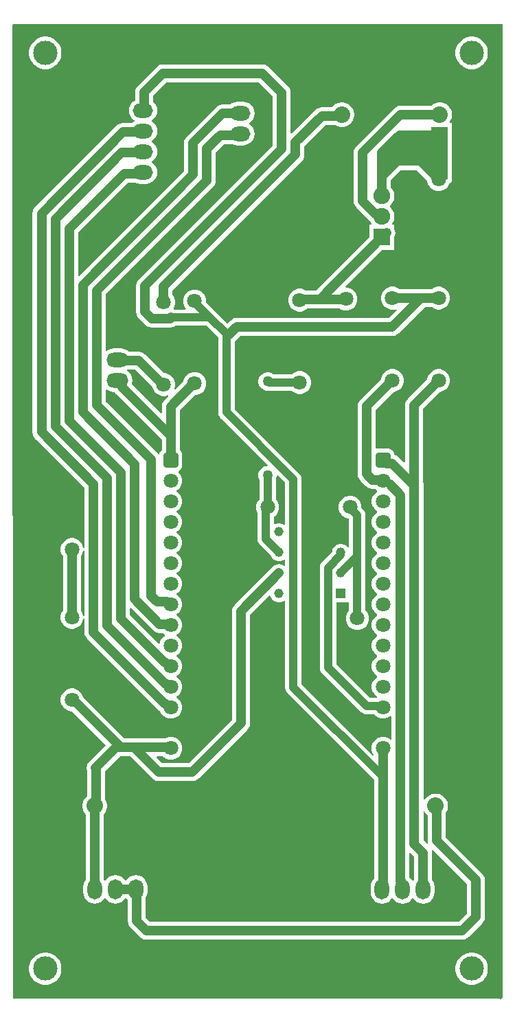
<source format=gbl>
G04*
G04 #@! TF.GenerationSoftware,Altium Limited,Altium Designer,21.5.1 (32)*
G04*
G04 Layer_Physical_Order=2*
G04 Layer_Color=16711680*
%FSLAX44Y44*%
%MOMM*%
G71*
G04*
G04 #@! TF.SameCoordinates,6957E51B-72B2-4F9C-87A1-2D053477FA67*
G04*
G04*
G04 #@! TF.FilePolarity,Positive*
G04*
G01*
G75*
%ADD10C,1.0000*%
%ADD11C,1.2000*%
%ADD12C,1.8000*%
%ADD13R,1.1600X1.1600*%
%ADD14C,1.1600*%
%ADD15O,2.5000X1.8000*%
%ADD16R,2.5000X2.0000*%
%ADD17R,2.0320X2.0320*%
%ADD18C,2.0320*%
%ADD19O,2.7000X1.8000*%
%ADD20R,2.0700X2.0700*%
%ADD21C,2.0700*%
%ADD22O,1.8000X2.5000*%
G04:AMPARAMS|DCode=23|XSize=1.8mm|YSize=1.8mm|CornerRadius=0.225mm|HoleSize=0mm|Usage=FLASHONLY|Rotation=270.000|XOffset=0mm|YOffset=0mm|HoleType=Round|Shape=RoundedRectangle|*
%AMROUNDEDRECTD23*
21,1,1.8000,1.3500,0,0,270.0*
21,1,1.3500,1.8000,0,0,270.0*
1,1,0.4500,-0.6750,-0.6750*
1,1,0.4500,-0.6750,0.6750*
1,1,0.4500,0.6750,0.6750*
1,1,0.4500,0.6750,-0.6750*
%
%ADD23ROUNDEDRECTD23*%
%ADD24R,2.0320X2.0320*%
%ADD25R,2.0000X2.5000*%
%ADD26C,3.0000*%
%ADD27C,1.2700*%
G36*
X603250Y1270D02*
X600710Y-1270D01*
X599440Y0D01*
X0D01*
X-1270Y1200150D01*
X0Y1201420D01*
X603250D01*
Y1270D01*
D02*
G37*
%LPC*%
G36*
X567120Y1185860D02*
X563180D01*
X559316Y1185091D01*
X555676Y1183584D01*
X552401Y1181395D01*
X549615Y1178609D01*
X547426Y1175333D01*
X545919Y1171694D01*
X545150Y1167830D01*
Y1163890D01*
X545919Y1160026D01*
X547426Y1156386D01*
X549615Y1153111D01*
X552401Y1150325D01*
X555676Y1148136D01*
X559316Y1146629D01*
X563180Y1145860D01*
X567120D01*
X570984Y1146629D01*
X574623Y1148136D01*
X577899Y1150325D01*
X580685Y1153111D01*
X582874Y1156386D01*
X584381Y1160026D01*
X585150Y1163890D01*
Y1167830D01*
X584381Y1171694D01*
X582874Y1175333D01*
X580685Y1178609D01*
X577899Y1181395D01*
X574623Y1183584D01*
X570984Y1185091D01*
X567120Y1185860D01*
D02*
G37*
G36*
X41340D02*
X37400D01*
X33536Y1185091D01*
X29897Y1183584D01*
X26621Y1181395D01*
X23835Y1178609D01*
X21646Y1175333D01*
X20139Y1171694D01*
X19370Y1167830D01*
Y1163890D01*
X20139Y1160026D01*
X21646Y1156386D01*
X23835Y1153111D01*
X26621Y1150325D01*
X29897Y1148136D01*
X33536Y1146629D01*
X37400Y1145860D01*
X41340D01*
X45204Y1146629D01*
X48843Y1148136D01*
X52119Y1150325D01*
X54905Y1153111D01*
X57094Y1156386D01*
X58601Y1160026D01*
X59370Y1163890D01*
Y1167830D01*
X58601Y1171694D01*
X57094Y1175333D01*
X54905Y1178609D01*
X52119Y1181395D01*
X48843Y1183584D01*
X45204Y1185091D01*
X41340Y1185860D01*
D02*
G37*
G36*
X307340Y1151555D02*
X184150D01*
X181278Y1151177D01*
X178603Y1150069D01*
X176305Y1148305D01*
X153445Y1125445D01*
X151681Y1123148D01*
X150573Y1120472D01*
X150195Y1117600D01*
Y1107274D01*
X149460Y1106969D01*
X146535Y1104725D01*
X144291Y1101800D01*
X142880Y1098395D01*
X142399Y1094740D01*
X142880Y1091085D01*
X144291Y1087680D01*
X146535Y1084755D01*
X149094Y1082792D01*
X149196Y1082449D01*
Y1081631D01*
X149094Y1081288D01*
X146535Y1079325D01*
X146506Y1079287D01*
X134919D01*
X132047Y1078909D01*
X129371Y1077800D01*
X127073Y1076037D01*
X27025Y975988D01*
X25262Y973691D01*
X24153Y971015D01*
X23775Y968143D01*
Y698264D01*
X24153Y695393D01*
X25262Y692717D01*
X27025Y690419D01*
X87645Y629799D01*
Y555600D01*
X86390Y555564D01*
X85436Y559125D01*
X83593Y562317D01*
X80986Y564924D01*
X77794Y566767D01*
X74233Y567721D01*
X70547D01*
X66986Y566767D01*
X63794Y564924D01*
X61187Y562317D01*
X59344Y559125D01*
X58390Y555564D01*
Y551878D01*
X59344Y548317D01*
X61187Y545125D01*
X61295Y545017D01*
Y478604D01*
X61187Y478496D01*
X59344Y475304D01*
X58390Y471743D01*
Y468057D01*
X59344Y464496D01*
X61187Y461304D01*
X63794Y458697D01*
X66986Y456854D01*
X70547Y455900D01*
X74233D01*
X77794Y456854D01*
X80986Y458697D01*
X83593Y461304D01*
X85436Y464496D01*
X86390Y468057D01*
X87645Y468021D01*
Y451566D01*
X88023Y448694D01*
X89131Y446018D01*
X90895Y443721D01*
X178050Y356565D01*
X180348Y354802D01*
X180872Y354585D01*
X181134Y353606D01*
X182977Y350414D01*
X185584Y347807D01*
X188776Y345964D01*
X192337Y345010D01*
X196023D01*
X199584Y345964D01*
X202776Y347807D01*
X205383Y350414D01*
X207226Y353606D01*
X208180Y357167D01*
Y360853D01*
X207226Y364414D01*
X205383Y367606D01*
X202776Y370213D01*
X201283Y371075D01*
Y372345D01*
X202776Y373207D01*
X205383Y375814D01*
X207226Y379006D01*
X208180Y382567D01*
Y386253D01*
X207226Y389814D01*
X205383Y393006D01*
X202776Y395613D01*
X201283Y396475D01*
Y397745D01*
X202776Y398607D01*
X205383Y401214D01*
X207226Y404406D01*
X208180Y407967D01*
Y411653D01*
X207226Y415214D01*
X205383Y418406D01*
X202776Y421013D01*
X201283Y421875D01*
Y423145D01*
X202776Y424007D01*
X205383Y426614D01*
X207226Y429806D01*
X208180Y433367D01*
Y437053D01*
X207226Y440614D01*
X205383Y443806D01*
X202776Y446413D01*
X201283Y447275D01*
Y448545D01*
X202776Y449407D01*
X205383Y452014D01*
X207226Y455206D01*
X208180Y458767D01*
Y462453D01*
X207226Y466014D01*
X205383Y469206D01*
X202776Y471813D01*
X201283Y472675D01*
Y473945D01*
X202776Y474807D01*
X205383Y477414D01*
X207226Y480606D01*
X208180Y484167D01*
Y487853D01*
X207226Y491414D01*
X205383Y494606D01*
X202776Y497213D01*
X201283Y498075D01*
Y499345D01*
X202776Y500207D01*
X205383Y502814D01*
X207226Y506006D01*
X208180Y509567D01*
Y513253D01*
X207226Y516814D01*
X205383Y520006D01*
X202776Y522613D01*
X201283Y523475D01*
Y524745D01*
X202776Y525607D01*
X205383Y528214D01*
X207226Y531406D01*
X208180Y534967D01*
Y538653D01*
X207226Y542214D01*
X205383Y545406D01*
X202776Y548013D01*
X201283Y548875D01*
Y550145D01*
X202776Y551007D01*
X205383Y553614D01*
X207226Y556806D01*
X208180Y560367D01*
Y564053D01*
X207226Y567614D01*
X205383Y570806D01*
X202776Y573413D01*
X201283Y574275D01*
Y575545D01*
X202776Y576407D01*
X205383Y579014D01*
X207226Y582206D01*
X208180Y585767D01*
Y589453D01*
X207226Y593014D01*
X205383Y596206D01*
X202776Y598813D01*
X201283Y599675D01*
Y600945D01*
X202776Y601807D01*
X205383Y604414D01*
X207226Y607606D01*
X208180Y611167D01*
Y614853D01*
X207226Y618414D01*
X205383Y621606D01*
X202776Y624213D01*
X201283Y625075D01*
Y626345D01*
X202776Y627207D01*
X205383Y629814D01*
X207226Y633006D01*
X208180Y636567D01*
Y640253D01*
X207226Y643814D01*
X205383Y647006D01*
X203490Y648899D01*
X203788Y650397D01*
X204586Y650727D01*
X206101Y651889D01*
X207263Y653404D01*
X207993Y655167D01*
X208242Y657060D01*
Y670560D01*
X207993Y672453D01*
X207263Y674216D01*
X206101Y675731D01*
X205405Y676265D01*
Y693420D01*
Y725532D01*
X224062Y744190D01*
X225363D01*
X228924Y745144D01*
X232116Y746987D01*
X234723Y749594D01*
X236566Y752786D01*
X237520Y756347D01*
Y760033D01*
X236566Y763594D01*
X234723Y766786D01*
X232116Y769393D01*
X228924Y771236D01*
X225363Y772190D01*
X221677D01*
X218116Y771236D01*
X214924Y769393D01*
X212317Y766786D01*
X210474Y763594D01*
X209884Y761393D01*
X199698Y751206D01*
X198559Y751864D01*
X199420Y755077D01*
Y758763D01*
X198466Y762324D01*
X196623Y765516D01*
X194016Y768123D01*
X190824Y769966D01*
X187263Y770920D01*
X185841D01*
X162607Y794154D01*
X160309Y795917D01*
X157633Y797025D01*
X154762Y797403D01*
X142731D01*
X139830Y799629D01*
X136425Y801040D01*
X132770Y801521D01*
X123770D01*
X120115Y801040D01*
X116710Y799629D01*
X115104Y798397D01*
X113965Y798959D01*
Y868271D01*
X246605Y1000911D01*
X248368Y1003209D01*
X249477Y1005885D01*
X249855Y1008757D01*
Y1043154D01*
X260110Y1053409D01*
X270302D01*
X272750Y1052395D01*
X276405Y1051914D01*
X283405D01*
X287059Y1052395D01*
X290465Y1053806D01*
X293390Y1056050D01*
X295634Y1058974D01*
X297044Y1062380D01*
X297525Y1066035D01*
X297044Y1069689D01*
X295634Y1073095D01*
X293390Y1076020D01*
X290831Y1077983D01*
X290728Y1078326D01*
Y1079143D01*
X290831Y1079487D01*
X293390Y1081450D01*
X295634Y1084374D01*
X297044Y1087780D01*
X297525Y1091435D01*
X297044Y1095089D01*
X295634Y1098495D01*
X293390Y1101420D01*
X290465Y1103664D01*
X287059Y1105074D01*
X283405Y1105555D01*
X276405D01*
X272750Y1105074D01*
X269344Y1103664D01*
X267209Y1102025D01*
X257810D01*
X254938Y1101647D01*
X252262Y1100538D01*
X249965Y1098775D01*
X213773Y1062584D01*
X212010Y1060286D01*
X210901Y1057610D01*
X210523Y1054738D01*
Y1020252D01*
X81138Y890867D01*
X79965Y891353D01*
Y944384D01*
X141495Y1005914D01*
X150417D01*
X152865Y1004900D01*
X156520Y1004419D01*
X163520D01*
X167175Y1004900D01*
X170580Y1006311D01*
X173505Y1008555D01*
X175749Y1011480D01*
X177160Y1014885D01*
X177641Y1018540D01*
X177160Y1022195D01*
X175749Y1025600D01*
X173505Y1028525D01*
X170947Y1030488D01*
X170844Y1030831D01*
Y1031649D01*
X170947Y1031992D01*
X173505Y1033955D01*
X175749Y1036880D01*
X177160Y1040285D01*
X177641Y1043940D01*
X177160Y1047595D01*
X175749Y1051000D01*
X173505Y1053925D01*
X170947Y1055888D01*
X170844Y1056231D01*
Y1057049D01*
X170947Y1057392D01*
X173505Y1059355D01*
X175749Y1062280D01*
X177160Y1065685D01*
X177641Y1069340D01*
X177160Y1072995D01*
X175749Y1076400D01*
X173505Y1079325D01*
X170947Y1081288D01*
X170844Y1081631D01*
Y1082449D01*
X170947Y1082792D01*
X173505Y1084755D01*
X175749Y1087680D01*
X177160Y1091085D01*
X177641Y1094740D01*
X177160Y1098395D01*
X175749Y1101800D01*
X173505Y1104725D01*
X172385Y1105584D01*
Y1113004D01*
X188746Y1129365D01*
X302744D01*
X319885Y1112224D01*
Y1051767D01*
X154715Y886597D01*
X152951Y884299D01*
X151843Y881623D01*
X151465Y878752D01*
Y846499D01*
X151843Y843628D01*
X152951Y840952D01*
X154715Y838654D01*
X162694Y830675D01*
X164992Y828912D01*
X167668Y827803D01*
X170539Y827425D01*
X193704D01*
X196576Y827803D01*
X199252Y828912D01*
X199867Y829384D01*
X238392D01*
X252804Y814972D01*
Y722630D01*
X253147Y720020D01*
X254155Y717587D01*
X255758Y715498D01*
X313573Y657683D01*
X313086Y656510D01*
X312196D01*
X309309Y655736D01*
X306721Y654242D01*
X304608Y652129D01*
X303113Y649541D01*
X302340Y646654D01*
Y643666D01*
X303113Y640779D01*
X303604Y639930D01*
Y615503D01*
X302487Y614386D01*
X300644Y611194D01*
X299690Y607633D01*
Y603947D01*
X300644Y600386D01*
X301064Y599659D01*
Y566420D01*
X301407Y563810D01*
X302415Y561377D01*
X304018Y559288D01*
X317639Y545667D01*
X319018Y543279D01*
X321029Y541268D01*
X323491Y539846D01*
X326238Y539110D01*
X329082D01*
X331829Y539846D01*
X334084Y541148D01*
X335354Y540725D01*
Y533907D01*
X334215Y533346D01*
X333207Y534118D01*
X330532Y535227D01*
X327660Y535605D01*
X324788Y535227D01*
X322113Y534118D01*
X319815Y532355D01*
X272825Y485365D01*
X271061Y483068D01*
X269953Y480392D01*
X269575Y477520D01*
Y343686D01*
X216384Y290495D01*
X183666D01*
X176671Y297490D01*
X177157Y298663D01*
X184328D01*
X185584Y297407D01*
X188776Y295564D01*
X192337Y294610D01*
X196023D01*
X199584Y295564D01*
X202776Y297407D01*
X205383Y300014D01*
X207226Y303206D01*
X208180Y306767D01*
Y310453D01*
X207226Y314014D01*
X205383Y317206D01*
X202776Y319813D01*
X199584Y321656D01*
X196023Y322610D01*
X192337D01*
X188776Y321656D01*
X187385Y320853D01*
X136798D01*
X85981Y371670D01*
X85436Y373704D01*
X83593Y376896D01*
X80986Y379503D01*
X77794Y381346D01*
X74233Y382300D01*
X70547D01*
X66986Y381346D01*
X63794Y379503D01*
X61187Y376896D01*
X59344Y373704D01*
X58390Y370143D01*
Y366457D01*
X59344Y362896D01*
X61187Y359704D01*
X63794Y357097D01*
X66986Y355254D01*
X70547Y354300D01*
X71969D01*
X113849Y312420D01*
X93755Y292325D01*
X93755Y292325D01*
X91991Y290027D01*
X91398Y288594D01*
X90883Y287352D01*
X90883Y287351D01*
X90883Y287351D01*
X90704Y285992D01*
X90505Y284480D01*
X90505Y284480D01*
X90505Y284480D01*
X90692Y283061D01*
X90883Y281608D01*
X90883Y281608D01*
X91210Y280820D01*
Y249629D01*
X90666Y249265D01*
X88554Y247154D01*
X86895Y244671D01*
X85753Y241912D01*
X85170Y238983D01*
Y235997D01*
X85753Y233068D01*
X86895Y230309D01*
X88554Y227826D01*
X89235Y227145D01*
Y146658D01*
X88101Y145180D01*
X86690Y141775D01*
X86209Y138120D01*
Y131120D01*
X86690Y127465D01*
X88101Y124060D01*
X90345Y121135D01*
X93270Y118891D01*
X96675Y117480D01*
X100330Y116999D01*
X103985Y117480D01*
X107390Y118891D01*
X110315Y121135D01*
X112278Y123694D01*
X112621Y123796D01*
X113439D01*
X113782Y123694D01*
X115745Y121135D01*
X118670Y118891D01*
X122075Y117480D01*
X125730Y116999D01*
X129385Y117480D01*
X132790Y118891D01*
X135715Y121135D01*
X137549Y123525D01*
X139311D01*
X141145Y121135D01*
X141305Y121012D01*
Y95250D01*
X141683Y92378D01*
X142792Y89703D01*
X144555Y87405D01*
X155985Y75975D01*
X158282Y74212D01*
X160958Y73103D01*
X163830Y72725D01*
X553720D01*
X556592Y73103D01*
X559268Y74212D01*
X561565Y75975D01*
X578075Y92485D01*
X579838Y94782D01*
X580947Y97458D01*
X581325Y100330D01*
Y146050D01*
X580947Y148921D01*
X579838Y151597D01*
X578075Y153895D01*
X533036Y198934D01*
Y228666D01*
X534135Y230309D01*
X535277Y233068D01*
X535860Y235997D01*
Y238983D01*
X535277Y241912D01*
X534135Y244671D01*
X532476Y247154D01*
X530364Y249265D01*
X527881Y250925D01*
X525122Y252067D01*
X522193Y252650D01*
X519207D01*
X516278Y252067D01*
X513519Y250925D01*
X511036Y249265D01*
X508924Y247154D01*
X507265Y244671D01*
X506885Y243752D01*
X505615Y244005D01*
Y634502D01*
X505237Y637374D01*
X505125Y637644D01*
Y726924D01*
X526201Y748000D01*
X526353D01*
X529914Y748954D01*
X533106Y750797D01*
X535713Y753404D01*
X537556Y756596D01*
X538510Y760157D01*
Y763843D01*
X537556Y767404D01*
X535713Y770596D01*
X533106Y773203D01*
X529914Y775046D01*
X526353Y776000D01*
X522667D01*
X519106Y775046D01*
X515914Y773203D01*
X513307Y770596D01*
X511464Y767404D01*
X510510Y763843D01*
Y763691D01*
X486185Y739365D01*
X484422Y737067D01*
X483313Y734391D01*
X482935Y731520D01*
Y660897D01*
X481762Y660411D01*
X474517Y667655D01*
X472220Y669418D01*
X469992Y670341D01*
Y670560D01*
X469743Y672453D01*
X469013Y674216D01*
X467851Y675731D01*
X466336Y676893D01*
X464573Y677623D01*
X462680Y677872D01*
X449180D01*
X447975Y677714D01*
X446705Y678642D01*
Y725654D01*
X469051Y748000D01*
X469203D01*
X472764Y748954D01*
X475956Y750797D01*
X478563Y753404D01*
X480406Y756596D01*
X481360Y760157D01*
Y763843D01*
X480406Y767404D01*
X478563Y770596D01*
X475956Y773203D01*
X472764Y775046D01*
X469203Y776000D01*
X465517D01*
X461956Y775046D01*
X458764Y773203D01*
X456157Y770596D01*
X454314Y767404D01*
X453360Y763843D01*
Y763691D01*
X427765Y738095D01*
X426002Y735797D01*
X424893Y733121D01*
X424515Y730250D01*
Y646588D01*
X424893Y643716D01*
X426002Y641040D01*
X427765Y638742D01*
X434794Y631713D01*
X437092Y629950D01*
X439768Y628841D01*
X442639Y628463D01*
X446078D01*
X447334Y627207D01*
X448827Y626345D01*
Y625075D01*
X447334Y624213D01*
X444727Y621606D01*
X442884Y618414D01*
X441930Y614853D01*
Y611167D01*
X442884Y607606D01*
X444727Y604414D01*
X447334Y601807D01*
X448827Y600945D01*
Y599675D01*
X447334Y598813D01*
X444727Y596206D01*
X442884Y593014D01*
X441930Y589453D01*
Y585767D01*
X442884Y582206D01*
X444727Y579014D01*
X447334Y576407D01*
X448827Y575545D01*
Y574275D01*
X447334Y573413D01*
X444727Y570806D01*
X442884Y567614D01*
X441930Y564053D01*
Y560367D01*
X442884Y556806D01*
X444727Y553614D01*
X447334Y551007D01*
X448827Y550145D01*
Y548875D01*
X447334Y548013D01*
X444727Y545406D01*
X442884Y542214D01*
X441930Y538653D01*
Y534967D01*
X442884Y531406D01*
X444727Y528214D01*
X447334Y525607D01*
X448827Y524745D01*
Y523475D01*
X447334Y522613D01*
X444727Y520006D01*
X442884Y516814D01*
X441930Y513253D01*
Y509567D01*
X442884Y506006D01*
X444727Y502814D01*
X447334Y500207D01*
X448827Y499345D01*
Y498075D01*
X447334Y497213D01*
X444727Y494606D01*
X442884Y491414D01*
X441930Y487853D01*
Y484167D01*
X442884Y480606D01*
X444727Y477414D01*
X447334Y474807D01*
X448827Y473945D01*
Y472675D01*
X447334Y471813D01*
X444727Y469206D01*
X442884Y466014D01*
X441930Y462453D01*
Y458767D01*
X442884Y455206D01*
X444727Y452014D01*
X447334Y449407D01*
X448827Y448545D01*
Y447275D01*
X447334Y446413D01*
X444727Y443806D01*
X442884Y440614D01*
X441930Y437053D01*
Y433367D01*
X442884Y429806D01*
X444727Y426614D01*
X447334Y424007D01*
X448827Y423145D01*
Y421875D01*
X447334Y421013D01*
X444727Y418406D01*
X442884Y415214D01*
X441930Y411653D01*
Y407967D01*
X442884Y404406D01*
X444727Y401214D01*
X447334Y398607D01*
X448827Y397745D01*
Y396475D01*
X447334Y395613D01*
X444727Y393006D01*
X442884Y389814D01*
X441930Y386253D01*
Y382567D01*
X442884Y379006D01*
X444727Y375814D01*
X447334Y373207D01*
X448315Y372641D01*
X448416Y371216D01*
X447743Y370627D01*
X439927D01*
X398146Y412408D01*
Y488310D01*
X414094D01*
Y478343D01*
X412977Y477226D01*
X411134Y474034D01*
X410180Y470473D01*
Y466787D01*
X411134Y463226D01*
X412977Y460034D01*
X415584Y457427D01*
X418776Y455584D01*
X422337Y454630D01*
X426023D01*
X429584Y455584D01*
X432776Y457427D01*
X435383Y460034D01*
X437226Y463226D01*
X438180Y466787D01*
Y470473D01*
X437226Y474034D01*
X435383Y477226D01*
X434266Y478343D01*
Y544830D01*
Y595932D01*
X433923Y598543D01*
X432915Y600975D01*
X431312Y603064D01*
X429290Y605086D01*
Y607633D01*
X428336Y611194D01*
X426493Y614386D01*
X423886Y616993D01*
X420694Y618836D01*
X417133Y619790D01*
X413447D01*
X409886Y618836D01*
X406694Y616993D01*
X404087Y614386D01*
X402244Y611194D01*
X401290Y607633D01*
Y603947D01*
X402244Y600386D01*
X404087Y597194D01*
X406694Y594587D01*
X409886Y592744D01*
X413447Y591790D01*
X414058D01*
X414094Y591754D01*
Y556325D01*
X412824Y555984D01*
X412502Y556541D01*
X410491Y558552D01*
X408029Y559974D01*
X405282Y560710D01*
X402438D01*
X399691Y559974D01*
X397229Y558552D01*
X395218Y556541D01*
X393796Y554079D01*
X393060Y551332D01*
Y550319D01*
X380928Y538187D01*
X379325Y536098D01*
X378317Y533665D01*
X377974Y531055D01*
Y408230D01*
X378317Y405620D01*
X379325Y403187D01*
X380928Y401098D01*
X428617Y353409D01*
X430706Y351806D01*
X433139Y350798D01*
X435749Y350454D01*
X444704D01*
X444727Y350414D01*
X447334Y347807D01*
X450526Y345964D01*
X454087Y345010D01*
X457773D01*
X461334Y345964D01*
X464526Y347807D01*
X465252Y348533D01*
X466425Y348047D01*
Y319573D01*
X465252Y319087D01*
X464526Y319813D01*
X461334Y321656D01*
X457773Y322610D01*
X454087D01*
X450526Y321656D01*
X447334Y319813D01*
X444727Y317206D01*
X442884Y314014D01*
X441930Y310453D01*
Y306767D01*
X442884Y303206D01*
X444319Y300721D01*
X443302Y299942D01*
X355526Y387718D01*
Y640080D01*
X355183Y642691D01*
X354175Y645123D01*
X352572Y647212D01*
X272976Y726808D01*
Y809736D01*
X280186Y816945D01*
X467360D01*
X470232Y817323D01*
X472907Y818431D01*
X475205Y820195D01*
X507516Y852505D01*
X515806D01*
X515914Y852397D01*
X519106Y850554D01*
X522667Y849600D01*
X526353D01*
X529914Y850554D01*
X533106Y852397D01*
X535713Y855004D01*
X537556Y858196D01*
X538510Y861757D01*
Y865443D01*
X537556Y869004D01*
X535713Y872196D01*
X533106Y874803D01*
X529914Y876646D01*
X526353Y877600D01*
X522667D01*
X519106Y876646D01*
X515914Y874803D01*
X515806Y874695D01*
X476064D01*
X475956Y874803D01*
X472764Y876646D01*
X469203Y877600D01*
X465517D01*
X461956Y876646D01*
X458764Y874803D01*
X456157Y872196D01*
X454314Y869004D01*
X453360Y865443D01*
Y861757D01*
X454314Y858196D01*
X456157Y855004D01*
X458764Y852397D01*
X461956Y850554D01*
X465517Y849600D01*
X469203D01*
X472250Y850416D01*
X472907Y849278D01*
X462764Y839135D01*
X275590D01*
X272718Y838757D01*
X270042Y837648D01*
X267745Y835885D01*
X264082Y832222D01*
X248995Y847309D01*
X248995Y847309D01*
X237520Y858784D01*
Y861633D01*
X236566Y865194D01*
X234723Y868386D01*
X232116Y870993D01*
X228924Y872836D01*
X225363Y873790D01*
X221677D01*
X218116Y872836D01*
X214924Y870993D01*
X212317Y868386D01*
X210474Y865194D01*
X209520Y861633D01*
Y857947D01*
X210474Y854386D01*
X212317Y851194D01*
X212781Y850730D01*
X212295Y849556D01*
X199048D01*
X198103Y849948D01*
X197452Y851360D01*
X198466Y853116D01*
X199420Y856677D01*
Y860363D01*
X198466Y863924D01*
X196623Y867116D01*
X196515Y867224D01*
Y872974D01*
X355825Y1032285D01*
X357589Y1034583D01*
X358697Y1037258D01*
X359075Y1040130D01*
Y1050774D01*
X384891Y1076590D01*
X397403D01*
X397949Y1076225D01*
X400708Y1075083D01*
X403637Y1074500D01*
X406623D01*
X409552Y1075083D01*
X412311Y1076225D01*
X414794Y1077885D01*
X416906Y1079996D01*
X418565Y1082479D01*
X419707Y1085238D01*
X420290Y1088167D01*
Y1091153D01*
X419707Y1094082D01*
X418565Y1096841D01*
X416906Y1099324D01*
X414794Y1101435D01*
X412311Y1103095D01*
X409552Y1104237D01*
X406623Y1104820D01*
X403637D01*
X400708Y1104237D01*
X397949Y1103095D01*
X395466Y1101435D01*
X393354Y1099324D01*
X392991Y1098780D01*
X380295D01*
X377424Y1098402D01*
X374748Y1097294D01*
X372450Y1095531D01*
X343248Y1066329D01*
X342075Y1066815D01*
Y1116820D01*
X341697Y1119692D01*
X340588Y1122367D01*
X338825Y1124665D01*
X315185Y1148305D01*
X312887Y1150069D01*
X310212Y1151177D01*
X307340Y1151555D01*
D02*
G37*
G36*
X527273Y1104820D02*
X524287D01*
X521358Y1104237D01*
X518599Y1103095D01*
X516116Y1101435D01*
X515435Y1100755D01*
X477520D01*
X474648Y1100377D01*
X471973Y1099268D01*
X469675Y1097505D01*
X422685Y1050515D01*
X420922Y1048217D01*
X419813Y1045542D01*
X419435Y1042670D01*
Y983267D01*
X419813Y980395D01*
X420922Y977719D01*
X422685Y975421D01*
X437971Y960135D01*
X440269Y958372D01*
X440364Y958332D01*
X441057Y956659D01*
X442065Y955150D01*
X441386Y953880D01*
X439310D01*
Y938871D01*
X373229Y872790D01*
X360743D01*
X358464Y874106D01*
X354903Y875060D01*
X351217D01*
X347656Y874106D01*
X344464Y872263D01*
X341857Y869656D01*
X340014Y866464D01*
X339060Y862903D01*
Y859217D01*
X340014Y855656D01*
X341857Y852464D01*
X344464Y849857D01*
X347656Y848014D01*
X351217Y847060D01*
X354903D01*
X358464Y848014D01*
X361656Y849857D01*
X362399Y850600D01*
X402527D01*
X404806Y849284D01*
X408367Y848330D01*
X412053D01*
X415614Y849284D01*
X418806Y851127D01*
X421413Y853734D01*
X423256Y856926D01*
X424210Y860487D01*
Y864173D01*
X423256Y867734D01*
X421413Y870926D01*
X418806Y873533D01*
X415614Y875376D01*
X412053Y876330D01*
X409947D01*
X409421Y877600D01*
X455001Y923180D01*
X470010D01*
Y939278D01*
X470727Y941008D01*
X471105Y943880D01*
X470727Y946752D01*
X470010Y948482D01*
Y953880D01*
X467934D01*
X467255Y955150D01*
X468263Y956659D01*
X469420Y959453D01*
X470010Y962418D01*
Y965442D01*
X469420Y968407D01*
X468263Y971201D01*
X466583Y973715D01*
X464445Y975853D01*
X464233Y975995D01*
Y977265D01*
X464445Y977407D01*
X466583Y979545D01*
X468263Y982059D01*
X469420Y984853D01*
X470010Y987818D01*
Y990842D01*
X469420Y993807D01*
X468263Y996601D01*
X466583Y999115D01*
X465755Y999943D01*
Y1008864D01*
X478306Y1021415D01*
X497054D01*
X510510Y1007959D01*
Y1007807D01*
X511464Y1004246D01*
X513307Y1001054D01*
X515914Y998447D01*
X519106Y996604D01*
X522667Y995650D01*
X526353D01*
X529914Y996604D01*
X533106Y998447D01*
X535713Y1001054D01*
X537556Y1004246D01*
X537733Y1004909D01*
X537891Y1004940D01*
X539545Y1006045D01*
X540650Y1007699D01*
X541038Y1009650D01*
Y1064260D01*
X540940Y1064753D01*
Y1079420D01*
X538698D01*
X538019Y1080690D01*
X539215Y1082479D01*
X540357Y1085238D01*
X540940Y1088167D01*
Y1091153D01*
X540357Y1094082D01*
X539215Y1096841D01*
X537556Y1099324D01*
X535444Y1101435D01*
X532961Y1103095D01*
X530202Y1104237D01*
X527273Y1104820D01*
D02*
G37*
G36*
X354903Y773460D02*
X351217D01*
X347656Y772506D01*
X344464Y770663D01*
X343347Y769546D01*
X320925D01*
X320659Y769812D01*
X318071Y771307D01*
X315184Y772080D01*
X312196D01*
X309309Y771307D01*
X306721Y769812D01*
X304608Y767699D01*
X303113Y765111D01*
X302340Y762224D01*
Y759236D01*
X303113Y756349D01*
X304608Y753761D01*
X306721Y751648D01*
X309309Y750154D01*
X312196Y749380D01*
X315184D01*
X315335Y749420D01*
X315691Y749374D01*
X343347D01*
X344464Y748257D01*
X347656Y746414D01*
X351217Y745460D01*
X354903D01*
X358464Y746414D01*
X361656Y748257D01*
X364263Y750864D01*
X366106Y754056D01*
X367060Y757617D01*
Y761303D01*
X366106Y764864D01*
X364263Y768056D01*
X361656Y770663D01*
X358464Y772506D01*
X354903Y773460D01*
D02*
G37*
G36*
X567120Y56830D02*
X563180D01*
X559316Y56061D01*
X555676Y54554D01*
X552401Y52365D01*
X549615Y49579D01*
X547426Y46304D01*
X545919Y42664D01*
X545150Y38800D01*
Y34860D01*
X545919Y30996D01*
X547426Y27357D01*
X549615Y24081D01*
X552401Y21295D01*
X555676Y19106D01*
X559316Y17599D01*
X563180Y16830D01*
X567120D01*
X570984Y17599D01*
X574623Y19106D01*
X577899Y21295D01*
X580685Y24081D01*
X582874Y27357D01*
X584381Y30996D01*
X585150Y34860D01*
Y38800D01*
X584381Y42664D01*
X582874Y46304D01*
X580685Y49579D01*
X577899Y52365D01*
X574623Y54554D01*
X570984Y56061D01*
X567120Y56830D01*
D02*
G37*
G36*
X41340D02*
X37400D01*
X33536Y56061D01*
X29897Y54554D01*
X26621Y52365D01*
X23835Y49579D01*
X21646Y46304D01*
X20139Y42664D01*
X19370Y38800D01*
Y34860D01*
X20139Y30996D01*
X21646Y27357D01*
X23835Y24081D01*
X26621Y21295D01*
X29897Y19106D01*
X33536Y17599D01*
X37400Y16830D01*
X41340D01*
X45204Y17599D01*
X48843Y19106D01*
X52119Y21295D01*
X54905Y24081D01*
X57094Y27357D01*
X58601Y30996D01*
X59370Y34860D01*
Y38800D01*
X58601Y42664D01*
X57094Y46304D01*
X54905Y49579D01*
X52119Y52365D01*
X48843Y54554D01*
X45204Y56061D01*
X41340Y56830D01*
D02*
G37*
%LPD*%
G36*
X171829Y753550D02*
X172374Y751516D01*
X174217Y748324D01*
X176824Y745717D01*
X180016Y743874D01*
X183577Y742920D01*
X187263D01*
X190476Y743781D01*
X191134Y742642D01*
X186465Y737973D01*
X184701Y735676D01*
X183593Y733000D01*
X183215Y730128D01*
Y721865D01*
X182042Y721379D01*
X146019Y757402D01*
X146410Y758345D01*
X146891Y762000D01*
X146410Y765655D01*
X144999Y769060D01*
X142755Y771985D01*
X140203Y773943D01*
X140634Y775213D01*
X150166D01*
X171829Y753550D01*
D02*
G37*
G36*
X116710Y749771D02*
X120115Y748360D01*
X123770Y747879D01*
X124605D01*
X126073Y745967D01*
X183215Y688824D01*
Y676464D01*
X182259Y675731D01*
X181097Y674216D01*
X180367Y672453D01*
X180214Y671290D01*
X178886Y670934D01*
X178025Y672055D01*
X113965Y736116D01*
Y750441D01*
X115104Y751003D01*
X116710Y749771D01*
D02*
G37*
G36*
X335354Y635902D02*
Y584495D01*
X334084Y584072D01*
X331829Y585374D01*
X329082Y586110D01*
X326238D01*
X323491Y585374D01*
X322336Y584707D01*
X321236Y585342D01*
Y593981D01*
X322286Y594587D01*
X324893Y597194D01*
X326736Y600386D01*
X327690Y603947D01*
Y607633D01*
X326736Y611194D01*
X324893Y614386D01*
X323776Y615503D01*
Y639930D01*
X324267Y640779D01*
X325040Y643666D01*
Y644557D01*
X326213Y645043D01*
X335354Y635902D01*
D02*
G37*
G36*
X87645Y551842D02*
Y471779D01*
X86390Y471743D01*
X85436Y475304D01*
X83593Y478496D01*
X83485Y478604D01*
Y545017D01*
X83593Y545125D01*
X85436Y548317D01*
X86390Y551878D01*
X87645Y551842D01*
D02*
G37*
G36*
X172575Y453913D02*
X174872Y452150D01*
X177548Y451041D01*
X180420Y450663D01*
X184328D01*
X185584Y449407D01*
X187077Y448545D01*
Y447275D01*
X185584Y446413D01*
X182977Y443806D01*
X181134Y440614D01*
X180467Y438125D01*
X179051Y437746D01*
X143835Y472962D01*
Y480993D01*
X145008Y481479D01*
X172575Y453913D01*
D02*
G37*
G36*
X317169Y496533D02*
X317596Y494941D01*
X319018Y492479D01*
X321029Y490468D01*
X323491Y489046D01*
X326238Y488310D01*
X329082D01*
X331829Y489046D01*
X334084Y490348D01*
X335354Y489925D01*
Y383540D01*
X335697Y380929D01*
X336705Y378497D01*
X338308Y376408D01*
X444835Y269881D01*
Y148228D01*
X444675Y148105D01*
X442431Y145180D01*
X441020Y141775D01*
X440539Y138120D01*
Y131120D01*
X441020Y127465D01*
X442431Y124060D01*
X444675Y121135D01*
X447600Y118891D01*
X451005Y117480D01*
X454660Y116999D01*
X458315Y117480D01*
X461720Y118891D01*
X464645Y121135D01*
X466608Y123694D01*
X466951Y123796D01*
X467769D01*
X468112Y123694D01*
X470075Y121135D01*
X473000Y118891D01*
X476405Y117480D01*
X480060Y116999D01*
X483715Y117480D01*
X487120Y118891D01*
X490045Y121135D01*
X492008Y123694D01*
X492351Y123796D01*
X493169D01*
X493512Y123694D01*
X495475Y121135D01*
X498400Y118891D01*
X501805Y117480D01*
X505460Y116999D01*
X509115Y117480D01*
X512520Y118891D01*
X515445Y121135D01*
X517689Y124060D01*
X519100Y127465D01*
X519581Y131120D01*
Y138120D01*
X519100Y141775D01*
X517689Y145180D01*
X516555Y146658D01*
Y179667D01*
X516177Y182539D01*
X516122Y182672D01*
X517198Y183391D01*
X559135Y141454D01*
Y104926D01*
X549124Y94915D01*
X168426D01*
X163495Y99846D01*
Y124388D01*
X164770Y127465D01*
X165251Y131120D01*
Y138120D01*
X164770Y141775D01*
X163359Y145180D01*
X161115Y148105D01*
X158190Y150349D01*
X154785Y151760D01*
X151130Y152241D01*
X147475Y151760D01*
X144070Y150349D01*
X141145Y148105D01*
X139311Y145715D01*
X137549D01*
X135715Y148105D01*
X132790Y150349D01*
X129385Y151760D01*
X125730Y152241D01*
X122075Y151760D01*
X118670Y150349D01*
X115745Y148105D01*
X113782Y145547D01*
X113439Y145444D01*
X112621D01*
X112278Y145547D01*
X111425Y146658D01*
Y227145D01*
X112106Y227826D01*
X113765Y230309D01*
X114907Y233068D01*
X115490Y235997D01*
Y238983D01*
X114907Y241912D01*
X113765Y244671D01*
X113399Y245217D01*
Y280589D01*
X131474Y298663D01*
X144116D01*
X171225Y271555D01*
X173522Y269792D01*
X176198Y268683D01*
X179070Y268305D01*
X220980D01*
X223852Y268683D01*
X226528Y269792D01*
X228825Y271555D01*
X288515Y331245D01*
X290278Y333543D01*
X291387Y336218D01*
X291765Y339090D01*
Y472924D01*
X315753Y496912D01*
X317169Y496533D01*
D02*
G37*
G36*
X507265Y230309D02*
X508924Y227826D01*
X510847Y225904D01*
Y194338D01*
X511225Y191467D01*
X511280Y191334D01*
X510203Y190615D01*
X505615Y195203D01*
Y230975D01*
X506885Y231228D01*
X507265Y230309D01*
D02*
G37*
G36*
X494365Y175071D02*
Y146658D01*
X493512Y145547D01*
X493169Y145444D01*
X492351D01*
X492008Y145547D01*
X490045Y148105D01*
X488615Y149202D01*
Y179162D01*
X489788Y179648D01*
X494365Y175071D01*
D02*
G37*
G36*
X535940Y1009650D02*
X524510D01*
X501650Y1032510D01*
X473710D01*
X455833Y1014633D01*
X454660Y1015119D01*
Y1042670D01*
X476250Y1064260D01*
X535940D01*
Y1009650D01*
D02*
G37*
D10*
X424180Y477519D02*
Y544830D01*
X403860Y524510D02*
X424180Y544830D01*
X345440Y383540D02*
X455930Y273050D01*
X262890Y722630D02*
X345440Y640080D01*
Y383540D02*
Y640080D01*
X315691Y759460D02*
X353060D01*
X314421Y760730D02*
X315691Y759460D01*
X313690Y760730D02*
X314421D01*
X313690Y605790D02*
Y645160D01*
X311150Y566420D02*
Y601085D01*
Y566420D02*
X327660Y549910D01*
X311150Y601085D02*
X313690Y603625D01*
Y605790D01*
X415290Y604822D02*
Y605790D01*
X424180Y544830D02*
Y595932D01*
X415290Y604822D02*
X424180Y595932D01*
X388060Y408230D02*
Y531055D01*
Y408230D02*
X435749Y360541D01*
X403554Y549604D02*
X403860Y549910D01*
X403554Y546548D02*
Y549604D01*
X388060Y531055D02*
X403554Y546548D01*
X454399Y360541D02*
X455930Y359010D01*
X435749Y360541D02*
X454399D01*
X264160Y816610D02*
Y817910D01*
X223520Y859520D02*
Y859790D01*
Y858520D02*
X241863Y840177D01*
X262890Y722630D02*
Y819150D01*
X194654Y839470D02*
X241156D01*
X241863Y840177D02*
X262890Y819150D01*
D11*
X280670Y339090D02*
Y477520D01*
X179070Y279400D02*
X220980D01*
X280670Y339090D01*
X128026Y309758D02*
X148712D01*
X193032D01*
X148712D02*
X179070Y279400D01*
X101600Y284480D02*
X102305Y283775D01*
X125730Y308610D02*
X126895Y309192D01*
X130426Y310958D02*
X130810Y311150D01*
X192556Y384410D02*
X194180D01*
X189556Y387410D02*
X192556Y384410D01*
X115740Y459570D02*
Y641436D01*
X187900Y387410D02*
X189556D01*
X115740Y459570D02*
X187900Y387410D01*
X185896Y364410D02*
X187156D01*
X98740Y451566D02*
Y634394D01*
Y451566D02*
X185896Y364410D01*
X280670Y477520D02*
X327660Y524510D01*
X455930Y144780D02*
Y273050D01*
Y308610D01*
X275590Y828040D02*
X467360D01*
X264160Y816610D02*
X275590Y828040D01*
X467360D02*
X502920Y863600D01*
X435610Y730250D02*
X467360Y762000D01*
X442639Y639558D02*
X454782D01*
X435610Y646588D02*
X442639Y639558D01*
X435610Y646588D02*
Y730250D01*
X185420Y858520D02*
Y877570D01*
X162560Y878752D02*
X330980Y1047172D01*
Y1116820D01*
X347980Y1040130D02*
Y1055370D01*
X185420Y877570D02*
X347980Y1040130D01*
X162560Y846499D02*
Y878752D01*
Y846499D02*
X170539Y838520D01*
X193704D02*
X194654Y839470D01*
X170539Y838520D02*
X193704D01*
X128270Y762000D02*
X131146D01*
X133918Y759228D01*
Y753812D02*
Y759228D01*
Y753812D02*
X194310Y693420D01*
Y663940D02*
Y693420D01*
Y730128D01*
X184150Y756920D02*
X185420D01*
X129362Y786308D02*
X154762D01*
X184150Y756920D01*
X128270Y787400D02*
X129362Y786308D01*
X194310Y730128D02*
X223520Y759338D01*
X347980Y1055370D02*
X380295Y1087685D01*
X307340Y1140460D02*
X330980Y1116820D01*
X184150Y1140460D02*
X307340D01*
X161290Y1096010D02*
Y1117600D01*
X184150Y1140460D01*
X160020Y1094740D02*
X161290Y1096010D01*
X174180Y426926D02*
Y426926D01*
X132740Y468366D02*
Y648477D01*
Y468366D02*
X174180Y426926D01*
Y426926D02*
X185896Y415210D01*
X72390Y469900D02*
Y553721D01*
Y469900D02*
X72390Y469900D01*
X193032Y309758D02*
X194180Y308610D01*
X72363Y369597D02*
X130810Y311150D01*
X101600Y284480D02*
X125730Y308610D01*
X51870Y705306D02*
X115740Y641436D01*
X85870Y722972D02*
X149740Y659102D01*
Y492438D02*
Y659102D01*
X68870Y712347D02*
X132740Y648477D01*
X34870Y698264D02*
X98740Y634394D01*
X149740Y492438D02*
X180420Y461758D01*
X187156Y364410D02*
X192556Y359010D01*
X194180D01*
X185896Y415210D02*
X187156D01*
X194180Y663810D02*
X194310Y663940D01*
X445817Y967980D02*
X448256D01*
X430530Y983267D02*
Y1042670D01*
X477520Y1089660D01*
X448256Y967980D02*
X452306Y963930D01*
X454660D01*
X430530Y983267D02*
X445817Y967980D01*
X454782Y639558D02*
X455930Y638410D01*
X494030Y634992D02*
X494520Y634502D01*
Y190607D02*
Y634502D01*
Y190607D02*
X505460Y179667D01*
X494030Y634992D02*
Y731520D01*
X477520Y144903D02*
X478912Y143511D01*
Y135768D02*
X480060Y134620D01*
X478912Y135768D02*
Y143511D01*
X477520Y144903D02*
Y621007D01*
X464128Y634398D02*
X477520Y621007D01*
X494030Y731520D02*
X524510Y762000D01*
X521942Y194338D02*
X570230Y146050D01*
X521942Y194338D02*
Y236248D01*
X520700Y237490D02*
X521942Y236248D01*
X570230Y100330D02*
Y146050D01*
X466672Y659810D02*
X482600Y643882D01*
X491490Y634992D01*
X505460Y134620D02*
Y179667D01*
X68870Y948980D02*
X136899Y1017009D01*
X151129Y1017392D02*
X158872D01*
X150747Y1017009D02*
X151129Y1017392D01*
X158872D02*
X160020Y1018540D01*
X68870Y712347D02*
Y948980D01*
X136899Y1017009D02*
X150747D01*
X238760Y1047750D02*
X255514Y1064504D01*
X271014Y1064887D02*
X278757D01*
X270631Y1064504D02*
X271014Y1064887D01*
X238760Y1008757D02*
Y1047750D01*
X278757Y1064887D02*
X279905Y1066035D01*
X255514Y1064504D02*
X270631D01*
X257810Y1090930D02*
X279400D01*
X221618Y1054738D02*
X257810Y1090930D01*
X279400D02*
X279905Y1091435D01*
X221618Y1015657D02*
Y1054738D01*
X102870Y731520D02*
Y872867D01*
X170180Y496039D02*
Y664210D01*
X102870Y731520D02*
X170180Y664210D01*
X51870Y705306D02*
Y961102D01*
X85870Y722972D02*
Y879908D01*
X34870Y968143D02*
X134919Y1068192D01*
X85870Y879908D02*
X221618Y1015657D01*
X34870Y698264D02*
Y968143D01*
X51870Y961102D02*
X133560Y1042792D01*
X193032Y461758D02*
X194180Y460610D01*
X170180Y496039D02*
X177209Y489010D01*
X189556D01*
X180420Y461758D02*
X193032D01*
X189556Y489010D02*
X192556Y486010D01*
X187156Y415210D02*
X192556Y409810D01*
X194180D01*
X158872Y1042792D02*
X160020Y1043940D01*
X158872Y1068192D02*
X160020Y1069340D01*
X133560Y1042792D02*
X158872D01*
X192556Y486010D02*
X194180D01*
X134919Y1068192D02*
X158872D01*
X553720Y83820D02*
X570230Y100330D01*
X152400Y95250D02*
X163830Y83820D01*
X553720D01*
X102870Y872867D02*
X238760Y1008757D01*
X502920Y863600D02*
X524510D01*
X467360D02*
X502920D01*
X454660Y1013460D02*
Y1042670D01*
Y989330D02*
Y1013460D01*
X473710Y1032510D02*
X501650D01*
X454660Y1013460D02*
X473710Y1032510D01*
X501650D02*
X524510Y1009650D01*
X476250Y1064260D02*
X525780D01*
X454660Y1042670D02*
X476250Y1064260D01*
X477520Y1089660D02*
X525780D01*
X377825Y861695D02*
X409575D01*
X377825D02*
X454660Y938530D01*
X353695Y861695D02*
X377825D01*
X353060Y861060D02*
X353695Y861695D01*
X409575D02*
X410210Y862330D01*
X403155Y1087685D02*
X405130Y1089660D01*
X380295Y1087685D02*
X403155D01*
X102305Y239465D02*
Y283775D01*
X455930Y663810D02*
X459930Y659810D01*
X454660Y938530D02*
X460010Y943880D01*
X125730Y134620D02*
X151130D01*
X152400Y133350D01*
Y95250D02*
Y133350D01*
X459930Y659810D02*
X466672D01*
X100330Y237490D02*
X102305Y239465D01*
X100330Y134620D02*
Y237490D01*
D12*
X353060Y759460D02*
D03*
Y861060D02*
D03*
X415290Y605790D02*
D03*
X313690D02*
D03*
X322580Y468630D02*
D03*
X424180D02*
D03*
X524510Y863600D02*
D03*
Y762000D02*
D03*
X185420Y756920D02*
D03*
Y858520D02*
D03*
X223520Y758190D02*
D03*
Y859790D02*
D03*
X72390Y368300D02*
D03*
X194180Y486010D02*
D03*
X455930Y638410D02*
D03*
X467360Y762000D02*
D03*
X410210Y862330D02*
D03*
X72390Y469900D02*
D03*
X72390Y553721D02*
D03*
X524510Y1009650D02*
D03*
X455930Y333610D02*
D03*
X194180D02*
D03*
X410210Y760730D02*
D03*
X46990Y553719D02*
D03*
X524510Y908050D02*
D03*
X455930Y359010D02*
D03*
X194180Y460610D02*
D03*
X455930Y308610D02*
D03*
X467360Y863600D02*
D03*
X194180Y308610D02*
D03*
X455930Y613010D02*
D03*
Y587610D02*
D03*
Y562210D02*
D03*
Y511410D02*
D03*
Y486010D02*
D03*
Y460610D02*
D03*
Y435210D02*
D03*
Y384410D02*
D03*
Y409810D02*
D03*
Y536810D02*
D03*
X194180Y638410D02*
D03*
Y613010D02*
D03*
Y587610D02*
D03*
Y562210D02*
D03*
Y511410D02*
D03*
Y435210D02*
D03*
Y359010D02*
D03*
Y384410D02*
D03*
Y409810D02*
D03*
Y536810D02*
D03*
D13*
X403860Y499110D02*
D03*
D14*
Y524510D02*
D03*
Y549910D02*
D03*
Y575310D02*
D03*
X327660D02*
D03*
Y549910D02*
D03*
Y524510D02*
D03*
Y499110D02*
D03*
D15*
X160020Y1043940D02*
D03*
Y1018540D02*
D03*
Y1069340D02*
D03*
Y1094740D02*
D03*
X279905Y1066035D02*
D03*
Y1091435D02*
D03*
D16*
X160020Y993140D02*
D03*
X279905Y1040635D02*
D03*
D17*
X405130Y1064260D02*
D03*
X525780D02*
D03*
D18*
X405130Y1089660D02*
D03*
X525780D02*
D03*
X100330Y237490D02*
D03*
X520700D02*
D03*
D19*
X128270Y812800D02*
D03*
Y787400D02*
D03*
Y762000D02*
D03*
D20*
X454660Y938530D02*
D03*
D21*
Y963930D02*
D03*
Y989330D02*
D03*
D22*
X480060Y134620D02*
D03*
X505460D02*
D03*
X176530D02*
D03*
X454660D02*
D03*
X100330D02*
D03*
X125730D02*
D03*
X151130D02*
D03*
D23*
X455930Y663810D02*
D03*
X194180D02*
D03*
D24*
X125730Y237490D02*
D03*
X546100D02*
D03*
D25*
X201930Y134620D02*
D03*
X530860D02*
D03*
D26*
X39370Y1165860D02*
D03*
Y36830D02*
D03*
X565150D02*
D03*
Y1165860D02*
D03*
D27*
X314960Y436880D02*
D03*
X248920Y438150D02*
D03*
X313690Y760730D02*
D03*
Y645160D02*
D03*
M02*

</source>
